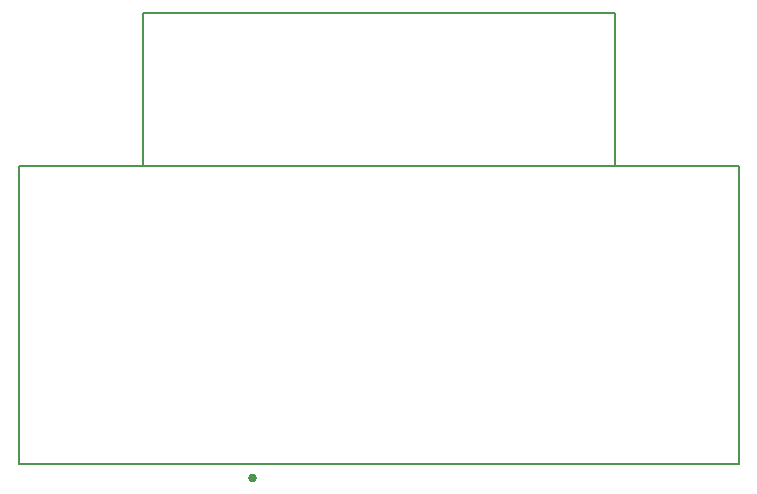
<source format=gbr>
%TF.GenerationSoftware,Altium Limited,Altium Designer,20.0.9 (164)*%
G04 Layer_Color=32896*
%FSLAX26Y26*%
%MOIN*%
%TF.FileFunction,Other,Mechanical_4*%
%TF.Part,Single*%
G01*
G75*
%TA.AperFunction,NonConductor*%
%ADD45C,0.011811*%
%ADD48C,0.005000*%
D45*
X2030366Y68268D02*
G03*
X2030366Y68268I-7874J0D01*
G01*
D02*
G03*
X2030366Y68268I-7874J0D01*
G01*
D48*
X1656153Y1110000D02*
Y1619842D01*
X3231350D01*
Y1110000D02*
Y1619842D01*
X3643752Y115512D02*
Y1110000D01*
X1243752Y115512D02*
X3643752D01*
X1243752D02*
Y1110000D01*
X1656153D01*
X3231350D01*
X3643752D01*
X1656153D02*
Y1619842D01*
X3231350D01*
Y1110000D02*
Y1619842D01*
X3643752Y115512D02*
Y1110000D01*
X1243752Y115512D02*
X3643752D01*
X1243752D02*
Y1110000D01*
X1656153D01*
X3231350D01*
X3643752D01*
%TF.MD5,26d1ca7532200b2794a92d669e4fb8fa*%
M02*

</source>
